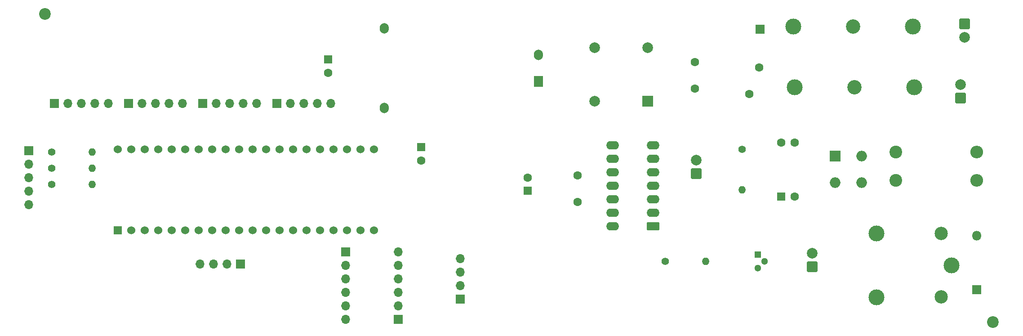
<source format=gbr>
%TF.GenerationSoftware,KiCad,Pcbnew,9.0.0*%
%TF.CreationDate,2025-05-27T07:25:13-06:00*%
%TF.ProjectId,horno_reflujo,686f726e-6f5f-4726-9566-6c756a6f2e6b,rev?*%
%TF.SameCoordinates,Original*%
%TF.FileFunction,Soldermask,Bot*%
%TF.FilePolarity,Negative*%
%FSLAX46Y46*%
G04 Gerber Fmt 4.6, Leading zero omitted, Abs format (unit mm)*
G04 Created by KiCad (PCBNEW 9.0.0) date 2025-05-27 07:25:13*
%MOMM*%
%LPD*%
G01*
G04 APERTURE LIST*
G04 Aperture macros list*
%AMRoundRect*
0 Rectangle with rounded corners*
0 $1 Rounding radius*
0 $2 $3 $4 $5 $6 $7 $8 $9 X,Y pos of 4 corners*
0 Add a 4 corners polygon primitive as box body*
4,1,4,$2,$3,$4,$5,$6,$7,$8,$9,$2,$3,0*
0 Add four circle primitives for the rounded corners*
1,1,$1+$1,$2,$3*
1,1,$1+$1,$4,$5*
1,1,$1+$1,$6,$7*
1,1,$1+$1,$8,$9*
0 Add four rect primitives between the rounded corners*
20,1,$1+$1,$2,$3,$4,$5,0*
20,1,$1+$1,$4,$5,$6,$7,0*
20,1,$1+$1,$6,$7,$8,$9,0*
20,1,$1+$1,$8,$9,$2,$3,0*%
G04 Aperture macros list end*
%ADD10C,2.700000*%
%ADD11C,3.000000*%
%ADD12R,1.700000X1.700000*%
%ADD13O,1.700000X1.700000*%
%ADD14RoundRect,0.250000X-0.750000X0.750000X-0.750000X-0.750000X0.750000X-0.750000X0.750000X0.750000X0*%
%ADD15C,2.000000*%
%ADD16C,2.500000*%
%ADD17C,1.600000*%
%ADD18R,1.300000X1.300000*%
%ADD19C,1.300000*%
%ADD20R,1.800000X1.800000*%
%ADD21O,1.800000X1.800000*%
%ADD22RoundRect,0.250000X0.750000X-0.750000X0.750000X0.750000X-0.750000X0.750000X-0.750000X-0.750000X0*%
%ADD23R,1.600000X1.600000*%
%ADD24RoundRect,0.250000X0.950000X0.550000X-0.950000X0.550000X-0.950000X-0.550000X0.950000X-0.550000X0*%
%ADD25O,2.400000X1.600000*%
%ADD26C,2.200000*%
%ADD27C,1.400000*%
%ADD28O,1.400000X1.400000*%
%ADD29C,2.400000*%
%ADD30O,2.400000X2.400000*%
%ADD31RoundRect,0.250000X0.550000X-0.550000X0.550000X0.550000X-0.550000X0.550000X-0.550000X-0.550000X0*%
%ADD32R,2.000000X2.000000*%
%ADD33O,2.000000X2.000000*%
%ADD34R,1.700000X2.000000*%
%ADD35O,1.700000X2.000000*%
%ADD36R,1.524000X1.524000*%
%ADD37C,1.524000*%
G04 APERTURE END LIST*
D10*
%TO.C,F2*%
X187780000Y-29972000D03*
D11*
X199030000Y-29972000D03*
X176530000Y-29972000D03*
%TD*%
D12*
%TO.C,J15*%
X37343000Y-44450000D03*
D13*
X39883000Y-44450000D03*
X42423000Y-44450000D03*
X44963000Y-44450000D03*
X47503000Y-44450000D03*
%TD*%
D14*
%TO.C,J11*%
X208816500Y-29459000D03*
D15*
X208816500Y-31999000D03*
%TD*%
D12*
%TO.C,J12*%
X32526000Y-53342000D03*
D13*
X32526000Y-55882000D03*
X32526000Y-58422000D03*
X32526000Y-60962000D03*
X32526000Y-63502000D03*
%TD*%
D12*
%TO.C,J8*%
X170297500Y-30437500D03*
%TD*%
D11*
%TO.C,K1*%
X206366000Y-74930000D03*
D16*
X204416000Y-68880000D03*
D11*
X192216000Y-68880000D03*
X192166000Y-80930000D03*
D16*
X204416000Y-80880000D03*
%TD*%
D17*
%TO.C,RV1*%
X168264000Y-42632000D03*
X170064000Y-37632000D03*
%TD*%
D10*
%TO.C,F1*%
X188034000Y-41402000D03*
D11*
X199284000Y-41402000D03*
X176784000Y-41402000D03*
%TD*%
D12*
%TO.C,J2*%
X102108000Y-85090000D03*
D13*
X102108000Y-82550000D03*
X102108000Y-80010000D03*
X102108000Y-77470000D03*
X102108000Y-74930000D03*
X102108000Y-72390000D03*
%TD*%
D18*
%TO.C,Q1*%
X169820000Y-72898000D03*
D19*
X171090000Y-74168000D03*
X169820000Y-75438000D03*
%TD*%
D20*
%TO.C,D3*%
X211074000Y-79502000D03*
D21*
X211074000Y-69342000D03*
%TD*%
D22*
%TO.C,J7*%
X180057500Y-75189000D03*
D15*
X180057500Y-72649000D03*
%TD*%
D23*
%TO.C,C1*%
X88900000Y-36132888D03*
D17*
X88900000Y-38632888D03*
%TD*%
D12*
%TO.C,J14*%
X51313000Y-44450000D03*
D13*
X53853000Y-44450000D03*
X56393000Y-44450000D03*
X58933000Y-44450000D03*
X61473000Y-44450000D03*
%TD*%
D24*
%TO.C,U3*%
X150114000Y-67559000D03*
D25*
X150114000Y-65019000D03*
X150114000Y-62479000D03*
X150114000Y-59939000D03*
X150114000Y-57399000D03*
X150114000Y-54859000D03*
X150114000Y-52319000D03*
X142494000Y-52319000D03*
X142494000Y-54859000D03*
X142494000Y-57399000D03*
X142494000Y-59939000D03*
X142494000Y-62479000D03*
X142494000Y-65019000D03*
X142494000Y-67559000D03*
%TD*%
D12*
%TO.C,J3*%
X113792000Y-81270000D03*
D13*
X113792000Y-78730000D03*
X113792000Y-76190000D03*
X113792000Y-73650000D03*
%TD*%
D12*
%TO.C,J1*%
X92202000Y-72390000D03*
D13*
X92202000Y-74930000D03*
X92202000Y-77470000D03*
X92202000Y-80010000D03*
X92202000Y-82550000D03*
X92202000Y-85090000D03*
%TD*%
D26*
%TO.C,H3*%
X214122000Y-85598000D03*
%TD*%
D12*
%TO.C,J13*%
X65283000Y-44450000D03*
D13*
X67823000Y-44450000D03*
X70363000Y-44450000D03*
X72903000Y-44450000D03*
X75443000Y-44450000D03*
%TD*%
D27*
%TO.C,R9*%
X36830000Y-56642000D03*
D28*
X44450000Y-56642000D03*
%TD*%
D22*
%TO.C,J10*%
X158213500Y-57663000D03*
D15*
X158213500Y-55123000D03*
%TD*%
D26*
%TO.C,H4*%
X35550000Y-27575000D03*
%TD*%
D17*
%TO.C,C5*%
X135890000Y-62952000D03*
X135890000Y-57952000D03*
%TD*%
D23*
%TO.C,C9*%
X126492000Y-60895113D03*
D17*
X126492000Y-58395113D03*
%TD*%
D23*
%TO.C,C8*%
X106426000Y-52642888D03*
D17*
X106426000Y-55142888D03*
%TD*%
D29*
%TO.C,R5*%
X195834000Y-53594000D03*
D30*
X211074000Y-53594000D03*
%TD*%
D27*
%TO.C,R11*%
X36830000Y-53594000D03*
D28*
X44450000Y-53594000D03*
%TD*%
D17*
%TO.C,C2*%
X157988000Y-41616000D03*
X157988000Y-36616000D03*
%TD*%
D12*
%TO.C,J5*%
X72380000Y-74676000D03*
D13*
X69840000Y-74676000D03*
X67300000Y-74676000D03*
X64760000Y-74676000D03*
%TD*%
D27*
%TO.C,R10*%
X152400000Y-74168000D03*
D28*
X160020000Y-74168000D03*
%TD*%
D29*
%TO.C,R6*%
X195834000Y-58928000D03*
D30*
X211074000Y-58928000D03*
%TD*%
D31*
%TO.C,OC1*%
X174239000Y-61976000D03*
D17*
X176779000Y-61976000D03*
X176779000Y-51816000D03*
X174239000Y-51816000D03*
%TD*%
D32*
%TO.C,D1*%
X184404000Y-54356000D03*
D33*
X184404000Y-59356000D03*
X189404000Y-59356000D03*
X189404000Y-54356000D03*
%TD*%
D34*
%TO.C,PS1*%
X128548500Y-40308500D03*
D35*
X128548500Y-35308500D03*
X99468500Y-45308500D03*
X99468500Y-30308500D03*
%TD*%
D36*
%TO.C,dev_board1*%
X49276000Y-68326000D03*
D37*
X51816000Y-68326000D03*
X54356000Y-68326000D03*
X56896000Y-68326000D03*
X59436000Y-68326000D03*
X61976000Y-68326000D03*
X64516000Y-68326000D03*
X67056000Y-68326000D03*
X69596000Y-68326000D03*
X72136000Y-68326000D03*
X74676000Y-68326000D03*
X77216000Y-68326000D03*
X79756000Y-68326000D03*
X82296000Y-68326000D03*
X84836000Y-68326000D03*
X87376000Y-68326000D03*
X89916000Y-68326000D03*
X92456000Y-68326000D03*
X94996000Y-68326000D03*
X97536000Y-68326000D03*
X97536000Y-53086000D03*
X94996000Y-53086000D03*
X92456000Y-53086000D03*
X89916000Y-53086000D03*
X87376000Y-53086000D03*
X84836000Y-53086000D03*
X82296000Y-53086000D03*
X79756000Y-53086000D03*
X77216000Y-53086000D03*
X74676000Y-53086000D03*
X72136000Y-53086000D03*
X69596000Y-53086000D03*
X67056000Y-53086000D03*
X64516000Y-53086000D03*
X61976000Y-53086000D03*
X59436000Y-53086000D03*
X56896000Y-53086000D03*
X54356000Y-53086000D03*
X51816000Y-53086000D03*
X49276000Y-53086000D03*
%TD*%
D22*
%TO.C,J6*%
X208026000Y-43434000D03*
D15*
X208026000Y-40894000D03*
%TD*%
D32*
%TO.C,FL1*%
X149129500Y-43973500D03*
D15*
X139129500Y-43973500D03*
X149129500Y-33973500D03*
X139129500Y-33973500D03*
%TD*%
D27*
%TO.C,R7*%
X166878000Y-53086000D03*
D28*
X166878000Y-60706000D03*
%TD*%
D27*
%TO.C,R8*%
X36830000Y-59690000D03*
D28*
X44450000Y-59690000D03*
%TD*%
D12*
%TO.C,J4*%
X79253000Y-44450000D03*
D13*
X81793000Y-44450000D03*
X84333000Y-44450000D03*
X86873000Y-44450000D03*
X89413000Y-44450000D03*
%TD*%
M02*

</source>
